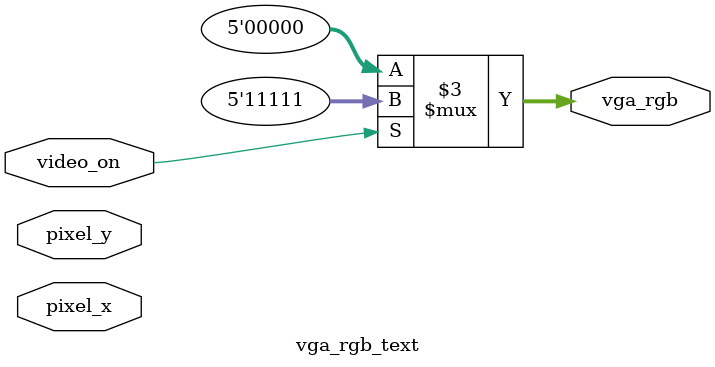
<source format=v>
module vga_rgb_text(
    input video_on,
    input [10:0] pixel_x, pixel_y,
    output reg [4:0] vga_rgb
    );

    always @(*)
        begin
        if (video_on)
            vga_rgb = 5'b11111;
        else
            vga_rgb = 5'b00000;
        end
endmodule

 

</source>
